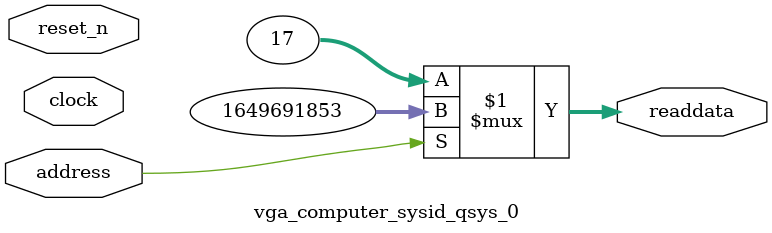
<source format=v>



// synthesis translate_off
`timescale 1ns / 1ps
// synthesis translate_on

// turn off superfluous verilog processor warnings 
// altera message_level Level1 
// altera message_off 10034 10035 10036 10037 10230 10240 10030 

module vga_computer_sysid_qsys_0 (
               // inputs:
                address,
                clock,
                reset_n,

               // outputs:
                readdata
             )
;

  output  [ 31: 0] readdata;
  input            address;
  input            clock;
  input            reset_n;

  wire    [ 31: 0] readdata;
  //control_slave, which is an e_avalon_slave
  assign readdata = address ? 1649691853 : 17;

endmodule



</source>
